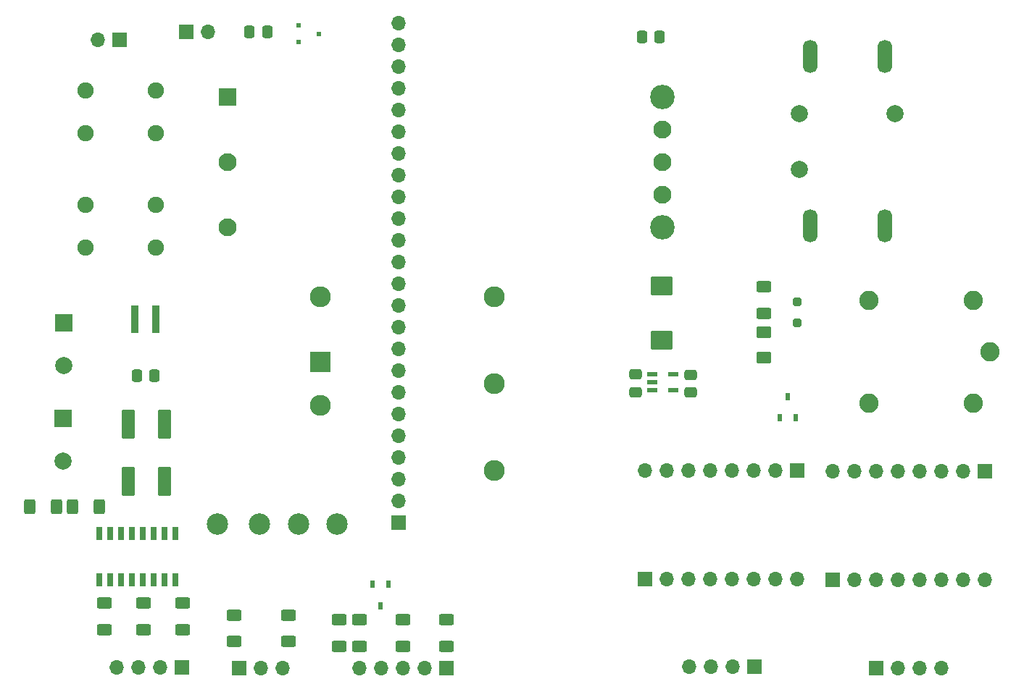
<source format=gbr>
%TF.GenerationSoftware,KiCad,Pcbnew,7.0.8*%
%TF.CreationDate,2023-10-25T17:14:19-06:00*%
%TF.ProjectId,GR-LRR-PCB,47522d4c-5252-42d5-9043-422e6b696361,rev?*%
%TF.SameCoordinates,Original*%
%TF.FileFunction,Soldermask,Top*%
%TF.FilePolarity,Negative*%
%FSLAX46Y46*%
G04 Gerber Fmt 4.6, Leading zero omitted, Abs format (unit mm)*
G04 Created by KiCad (PCBNEW 7.0.8) date 2023-10-25 17:14:19*
%MOMM*%
%LPD*%
G01*
G04 APERTURE LIST*
G04 Aperture macros list*
%AMRoundRect*
0 Rectangle with rounded corners*
0 $1 Rounding radius*
0 $2 $3 $4 $5 $6 $7 $8 $9 X,Y pos of 4 corners*
0 Add a 4 corners polygon primitive as box body*
4,1,4,$2,$3,$4,$5,$6,$7,$8,$9,$2,$3,0*
0 Add four circle primitives for the rounded corners*
1,1,$1+$1,$2,$3*
1,1,$1+$1,$4,$5*
1,1,$1+$1,$6,$7*
1,1,$1+$1,$8,$9*
0 Add four rect primitives between the rounded corners*
20,1,$1+$1,$2,$3,$4,$5,0*
20,1,$1+$1,$4,$5,$6,$7,0*
20,1,$1+$1,$6,$7,$8,$9,0*
20,1,$1+$1,$8,$9,$2,$3,0*%
G04 Aperture macros list end*
%ADD10RoundRect,0.250000X1.025000X-0.875000X1.025000X0.875000X-1.025000X0.875000X-1.025000X-0.875000X0*%
%ADD11R,1.700000X1.700000*%
%ADD12O,1.700000X1.700000*%
%ADD13RoundRect,0.250000X-0.625000X0.400000X-0.625000X-0.400000X0.625000X-0.400000X0.625000X0.400000X0*%
%ADD14RoundRect,0.250000X0.625000X-0.400000X0.625000X0.400000X-0.625000X0.400000X-0.625000X-0.400000X0*%
%ADD15RoundRect,0.250000X-0.537500X-1.450000X0.537500X-1.450000X0.537500X1.450000X-0.537500X1.450000X0*%
%ADD16R,1.200000X0.600000*%
%ADD17R,0.650000X1.550000*%
%ADD18C,2.500000*%
%ADD19RoundRect,0.250000X-0.475000X0.337500X-0.475000X-0.337500X0.475000X-0.337500X0.475000X0.337500X0*%
%ADD20R,0.965200X3.302000*%
%ADD21R,2.000000X2.000000*%
%ADD22C,2.000000*%
%ADD23R,0.600000X0.850000*%
%ADD24RoundRect,0.250000X-0.400000X-0.625000X0.400000X-0.625000X0.400000X0.625000X-0.400000X0.625000X0*%
%ADD25RoundRect,0.250000X0.337500X0.475000X-0.337500X0.475000X-0.337500X-0.475000X0.337500X-0.475000X0*%
%ADD26RoundRect,0.102000X-1.125000X-1.125000X1.125000X-1.125000X1.125000X1.125000X-1.125000X1.125000X0*%
%ADD27C,2.454000*%
%ADD28R,0.508000X0.508000*%
%ADD29RoundRect,0.250001X0.624999X-0.462499X0.624999X0.462499X-0.624999X0.462499X-0.624999X-0.462499X0*%
%ADD30RoundRect,0.250000X-0.250000X0.250000X-0.250000X-0.250000X0.250000X-0.250000X0.250000X0.250000X0*%
%ADD31R,2.100000X2.100000*%
%ADD32C,2.100000*%
%ADD33C,2.865000*%
%ADD34RoundRect,0.250000X0.537500X1.450000X-0.537500X1.450000X-0.537500X-1.450000X0.537500X-1.450000X0*%
%ADD35C,1.905000*%
%ADD36C,2.250000*%
%ADD37RoundRect,0.250000X-0.337500X-0.475000X0.337500X-0.475000X0.337500X0.475000X-0.337500X0.475000X0*%
%ADD38O,1.700000X3.900000*%
G04 APERTURE END LIST*
D10*
%TO.C,C2*%
X147294600Y-88726800D03*
X147294600Y-82326800D03*
%TD*%
D11*
%TO.C,J8*%
X167274000Y-116718000D03*
D12*
X169814000Y-116718000D03*
X172354000Y-116718000D03*
X174894000Y-116718000D03*
X177434000Y-116718000D03*
X179974000Y-116718000D03*
X182514000Y-116718000D03*
X185054000Y-116718000D03*
%TD*%
D13*
%TO.C,R13*%
X112064800Y-121391000D03*
X112064800Y-124491000D03*
%TD*%
D14*
%TO.C,R12*%
X159298800Y-85577400D03*
X159298800Y-82477400D03*
%TD*%
D15*
%TO.C,CY2*%
X84989900Y-105197000D03*
X89264900Y-105197000D03*
%TD*%
D11*
%TO.C,J7*%
X185054000Y-104018000D03*
D12*
X182514000Y-104018000D03*
X179974000Y-104018000D03*
X177434000Y-104018000D03*
X174894000Y-104018000D03*
X172354000Y-104018000D03*
X169814000Y-104018000D03*
X167274000Y-104018000D03*
%TD*%
D13*
%TO.C,R8*%
X82253000Y-119456999D03*
X82253000Y-122556999D03*
%TD*%
D16*
%TO.C,IC1*%
X146197000Y-92679400D03*
X146197000Y-93629400D03*
X146197000Y-94579400D03*
X148697000Y-94579400D03*
X148697000Y-92679400D03*
%TD*%
D17*
%TO.C,IC2*%
X90554399Y-111300600D03*
X89284399Y-111300600D03*
X88014399Y-111300600D03*
X86744399Y-111300600D03*
X85474399Y-111300600D03*
X84204399Y-111300600D03*
X82934399Y-111300600D03*
X81664399Y-111300600D03*
X81664399Y-116750600D03*
X82934399Y-116750600D03*
X84204399Y-116750600D03*
X85474399Y-116750600D03*
X86744399Y-116750600D03*
X88014399Y-116750600D03*
X89284399Y-116750600D03*
X90554399Y-116750600D03*
%TD*%
D11*
%TO.C,J13*%
X122199400Y-127081200D03*
D12*
X119659400Y-127081200D03*
X117119400Y-127081200D03*
X114579400Y-127081200D03*
X112039400Y-127081200D03*
%TD*%
D18*
%TO.C,GND1*%
X109430000Y-110215600D03*
%TD*%
D19*
%TO.C,C6*%
X144272000Y-92693500D03*
X144272000Y-94768500D03*
%TD*%
D20*
%TO.C,L1*%
X85800000Y-86258877D03*
X88238400Y-86258877D03*
%TD*%
D11*
%TO.C,J14*%
X83997800Y-53599000D03*
D12*
X81457800Y-53599000D03*
%TD*%
D21*
%TO.C,C0*%
X77469200Y-86681200D03*
D22*
X77469200Y-91681200D03*
%TD*%
D23*
%TO.C,Q3*%
X115453200Y-117271400D03*
X113553200Y-117271400D03*
X114503200Y-119771400D03*
%TD*%
D11*
%TO.C,J10*%
X97993200Y-127081200D03*
D12*
X100533200Y-127081200D03*
X103073200Y-127081200D03*
%TD*%
D24*
%TO.C,R16*%
X78510200Y-108209000D03*
X81610200Y-108209000D03*
%TD*%
D25*
%TO.C,C4*%
X101240500Y-52659200D03*
X99165500Y-52659200D03*
%TD*%
D14*
%TO.C,R10*%
X117119400Y-124491000D03*
X117119400Y-121391000D03*
%TD*%
D19*
%TO.C,C7*%
X150749000Y-92744300D03*
X150749000Y-94819300D03*
%TD*%
D18*
%TO.C,3.3V1*%
X104880000Y-110215600D03*
%TD*%
D26*
%TO.C,PS2*%
X107479100Y-91216400D03*
D27*
X107479100Y-96296400D03*
X127799100Y-103916400D03*
X127799100Y-93756400D03*
X127799100Y-83596400D03*
X107479100Y-83596400D03*
%TD*%
D23*
%TO.C,Q2*%
X161102000Y-97800400D03*
X163002000Y-97800400D03*
X162052000Y-95300400D03*
%TD*%
D11*
%TO.C,J11*%
X116636800Y-110088600D03*
D12*
X116636800Y-107548600D03*
X116636800Y-105008600D03*
X116636800Y-102468600D03*
X116636800Y-99928600D03*
X116636800Y-97388600D03*
X116636800Y-94848600D03*
X116636800Y-92308600D03*
X116636800Y-89768600D03*
X116636800Y-87228600D03*
X116636800Y-84688600D03*
X116636800Y-82148600D03*
X116636800Y-79608600D03*
X116636800Y-77068600D03*
X116636800Y-74528600D03*
X116636800Y-71988600D03*
X116636800Y-69448600D03*
X116636800Y-66908600D03*
X116636800Y-64368600D03*
X116636800Y-61828600D03*
X116636800Y-59288600D03*
X116636800Y-56748600D03*
X116636800Y-54208600D03*
X116636800Y-51668600D03*
%TD*%
D11*
%TO.C,J6*%
X145364200Y-116692600D03*
D12*
X147904200Y-116692600D03*
X150444200Y-116692600D03*
X152984200Y-116692600D03*
X155524200Y-116692600D03*
X158064200Y-116692600D03*
X160604200Y-116692600D03*
X163144200Y-116692600D03*
%TD*%
D11*
%TO.C,J9*%
X91313000Y-126954200D03*
D12*
X88773000Y-126954200D03*
X86233000Y-126954200D03*
X83693000Y-126954200D03*
%TD*%
D28*
%TO.C,Q1*%
X104927400Y-51912399D03*
X104927400Y-53812401D03*
X107315000Y-52862400D03*
%TD*%
D11*
%TO.C,StepperMotor2*%
X172404800Y-127055800D03*
D12*
X174944800Y-127055800D03*
X177484800Y-127055800D03*
X180024800Y-127055800D03*
%TD*%
D29*
%TO.C,D2*%
X159308800Y-90762400D03*
X159308800Y-87787400D03*
%TD*%
D13*
%TO.C,R7*%
X86798000Y-119456999D03*
X86798000Y-122556999D03*
%TD*%
D30*
%TO.C,D1*%
X163195000Y-84195200D03*
X163195000Y-86695200D03*
%TD*%
D18*
%TO.C,5V1*%
X100330000Y-110215600D03*
%TD*%
D31*
%TO.C,PS1*%
X96621600Y-60279200D03*
D32*
X96621600Y-67899200D03*
X96621600Y-75519200D03*
D33*
X147421600Y-75519200D03*
D32*
X147421600Y-71709200D03*
X147421600Y-67899200D03*
X147421600Y-64089200D03*
D33*
X147421600Y-60279200D03*
%TD*%
D34*
%TO.C,CY1*%
X89284900Y-98557000D03*
X85009900Y-98557000D03*
%TD*%
D24*
%TO.C,R15*%
X73531800Y-108209000D03*
X76631800Y-108209000D03*
%TD*%
D11*
%TO.C,StepperMotor1*%
X158130000Y-126928800D03*
D12*
X155590000Y-126928800D03*
X153050000Y-126928800D03*
X150510000Y-126928800D03*
%TD*%
D13*
%TO.C,R6*%
X91343000Y-119456999D03*
X91343000Y-122556999D03*
%TD*%
D35*
%TO.C,J3*%
X88239600Y-59466400D03*
X80039601Y-59466400D03*
X88239600Y-64466400D03*
X80039601Y-64466400D03*
%TD*%
%TO.C,J4*%
X88239600Y-72881400D03*
X80039601Y-72881400D03*
X88239600Y-77881400D03*
X80039601Y-77881400D03*
%TD*%
D36*
%TO.C,K1*%
X185718200Y-90053600D03*
X183718200Y-84053600D03*
X171518200Y-84053600D03*
X171518200Y-96053600D03*
X183718200Y-96053600D03*
%TD*%
D18*
%TO.C,24V1*%
X95410000Y-110175600D03*
%TD*%
D11*
%TO.C,J5*%
X163144200Y-103992600D03*
D12*
X160604200Y-103992600D03*
X158064200Y-103992600D03*
X155524200Y-103992600D03*
X152984200Y-103992600D03*
X150444200Y-103992600D03*
X147904200Y-103992600D03*
X145364200Y-103992600D03*
%TD*%
D37*
%TO.C,C1*%
X86021700Y-92858877D03*
X88096700Y-92858877D03*
%TD*%
D11*
%TO.C,J17*%
X91816000Y-52684600D03*
D12*
X94356000Y-52684600D03*
%TD*%
D21*
%TO.C,C3*%
X77419200Y-97871200D03*
D22*
X77419200Y-102871200D03*
%TD*%
D14*
%TO.C,R14*%
X109669000Y-124503800D03*
X109669000Y-121403800D03*
%TD*%
%TO.C,R5*%
X103723200Y-123961200D03*
X103723200Y-120861200D03*
%TD*%
D13*
%TO.C,R11*%
X122199400Y-121391000D03*
X122199400Y-124491000D03*
%TD*%
D25*
%TO.C,C5*%
X147087500Y-53243400D03*
X145012500Y-53243400D03*
%TD*%
D13*
%TO.C,R4*%
X97353200Y-120861200D03*
X97353200Y-123961200D03*
%TD*%
D38*
%TO.C,SW1*%
X173375000Y-75359600D03*
X164675000Y-75359600D03*
X173375000Y-55559600D03*
X164675000Y-55559600D03*
D22*
X163425000Y-68709600D03*
X174625000Y-62209600D03*
X163425000Y-62209600D03*
%TD*%
M02*

</source>
